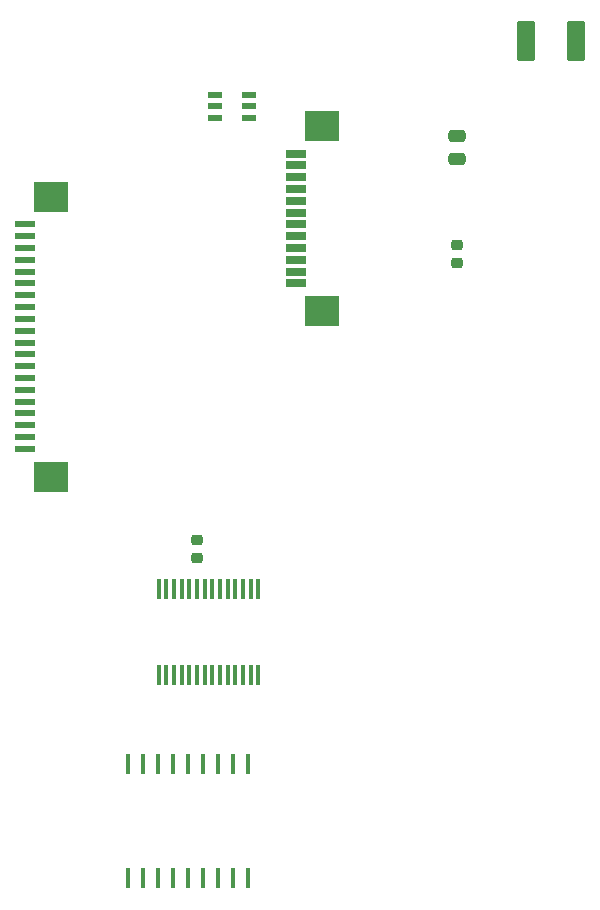
<source format=gbr>
%TF.GenerationSoftware,KiCad,Pcbnew,9.0.5*%
%TF.CreationDate,2025-10-31T12:59:57+03:00*%
%TF.ProjectId,PMCNV-RQ8,504d434e-562d-4525-9138-2e6b69636164,rev?*%
%TF.SameCoordinates,Original*%
%TF.FileFunction,Paste,Top*%
%TF.FilePolarity,Positive*%
%FSLAX46Y46*%
G04 Gerber Fmt 4.6, Leading zero omitted, Abs format (unit mm)*
G04 Created by KiCad (PCBNEW 9.0.5) date 2025-10-31 12:59:57*
%MOMM*%
%LPD*%
G01*
G04 APERTURE LIST*
G04 Aperture macros list*
%AMRoundRect*
0 Rectangle with rounded corners*
0 $1 Rounding radius*
0 $2 $3 $4 $5 $6 $7 $8 $9 X,Y pos of 4 corners*
0 Add a 4 corners polygon primitive as box body*
4,1,4,$2,$3,$4,$5,$6,$7,$8,$9,$2,$3,0*
0 Add four circle primitives for the rounded corners*
1,1,$1+$1,$2,$3*
1,1,$1+$1,$4,$5*
1,1,$1+$1,$6,$7*
1,1,$1+$1,$8,$9*
0 Add four rect primitives between the rounded corners*
20,1,$1+$1,$2,$3,$4,$5,0*
20,1,$1+$1,$4,$5,$6,$7,0*
20,1,$1+$1,$6,$7,$8,$9,0*
20,1,$1+$1,$8,$9,$2,$3,0*%
G04 Aperture macros list end*
%ADD10R,0.450800X1.716000*%
%ADD11RoundRect,0.250000X-0.475000X0.250000X-0.475000X-0.250000X0.475000X-0.250000X0.475000X0.250000X0*%
%ADD12R,1.181100X0.558800*%
%ADD13RoundRect,0.225000X0.250000X-0.225000X0.250000X0.225000X-0.250000X0.225000X-0.250000X-0.225000X0*%
%ADD14R,0.431800X1.655601*%
%ADD15RoundRect,0.250000X0.537500X1.450000X-0.537500X1.450000X-0.537500X-1.450000X0.537500X-1.450000X0*%
%ADD16R,1.803400X0.635000*%
%ADD17R,2.997200X2.590800*%
%ADD18R,1.800000X0.600000*%
%ADD19R,3.000000X2.600000*%
G04 APERTURE END LIST*
D10*
%TO.C,U2*%
X-17645000Y-16149202D03*
X-18915000Y-16149202D03*
X-20185000Y-16149202D03*
X-21455000Y-16149202D03*
X-22725000Y-16149202D03*
X-23995000Y-16149202D03*
X-25265000Y-16149202D03*
X-26535000Y-16149202D03*
X-27805000Y-16149202D03*
X-27805000Y-25850798D03*
X-26535000Y-25850798D03*
X-25265000Y-25850798D03*
X-23995000Y-25850798D03*
X-22725000Y-25850798D03*
X-21455000Y-25850798D03*
X-20185000Y-25850798D03*
X-18915000Y-25850798D03*
X-17645000Y-25850798D03*
%TD*%
D11*
%TO.C,C10*%
X0Y36950000D03*
X0Y35050000D03*
%TD*%
D12*
%TO.C,U5*%
X-20466850Y40450001D03*
X-20466850Y39500000D03*
X-20466850Y38549999D03*
X-17533150Y38549999D03*
X-17533150Y39500000D03*
X-17533150Y40450001D03*
%TD*%
D13*
%TO.C,C2*%
X-22000000Y1225000D03*
X-22000000Y2775000D03*
%TD*%
%TO.C,C7*%
X0Y26225000D03*
X0Y27775000D03*
%TD*%
D14*
%TO.C,U1*%
X-16775000Y-1372199D03*
X-17425001Y-1372199D03*
X-18075000Y-1372199D03*
X-18725001Y-1372199D03*
X-19374999Y-1372199D03*
X-20025001Y-1372199D03*
X-20674999Y-1372199D03*
X-21324998Y-1372199D03*
X-21974999Y-1372199D03*
X-22624998Y-1372199D03*
X-23274999Y-1372199D03*
X-23924998Y-1372199D03*
X-24574999Y-1372199D03*
X-25224998Y-1372199D03*
X-25225000Y-8627801D03*
X-24574999Y-8627801D03*
X-23925000Y-8627801D03*
X-23274999Y-8627801D03*
X-22625001Y-8627801D03*
X-21974999Y-8627801D03*
X-21325001Y-8627801D03*
X-20674999Y-8627801D03*
X-20025001Y-8627801D03*
X-19374999Y-8627801D03*
X-18725001Y-8627801D03*
X-18075000Y-8627801D03*
X-17425001Y-8627801D03*
X-16775000Y-8627801D03*
%TD*%
D15*
%TO.C,C1*%
X10137500Y45000000D03*
X5862500Y45000000D03*
%TD*%
D16*
%TO.C,J3*%
X-13556000Y24500008D03*
X-13556000Y25500006D03*
X-13556000Y26500004D03*
X-13556000Y27500002D03*
X-13556000Y28500000D03*
X-13556000Y29500000D03*
X-13556000Y30500000D03*
X-13556000Y31500000D03*
X-13556000Y32499998D03*
X-13556000Y33499996D03*
X-13556000Y34499994D03*
X-13556000Y35499992D03*
D17*
X-11385999Y22149997D03*
X-11385999Y37850003D03*
%TD*%
D18*
%TO.C,JM1*%
X-36546000Y10500000D03*
X-36546000Y11500000D03*
X-36546000Y12500000D03*
X-36546000Y13500000D03*
X-36546000Y14500000D03*
X-36546000Y15500000D03*
X-36546000Y16500000D03*
X-36546000Y17500000D03*
X-36546000Y18500000D03*
X-36546000Y19500000D03*
X-36546000Y20500000D03*
X-36546000Y21500000D03*
X-36546000Y22500000D03*
X-36546000Y23500000D03*
X-36546000Y24500000D03*
X-36546000Y25500000D03*
X-36546000Y26500000D03*
X-36546000Y27500000D03*
X-36546000Y28500000D03*
X-36546000Y29500000D03*
D19*
X-34375000Y8150000D03*
X-34375000Y31850000D03*
%TD*%
M02*

</source>
